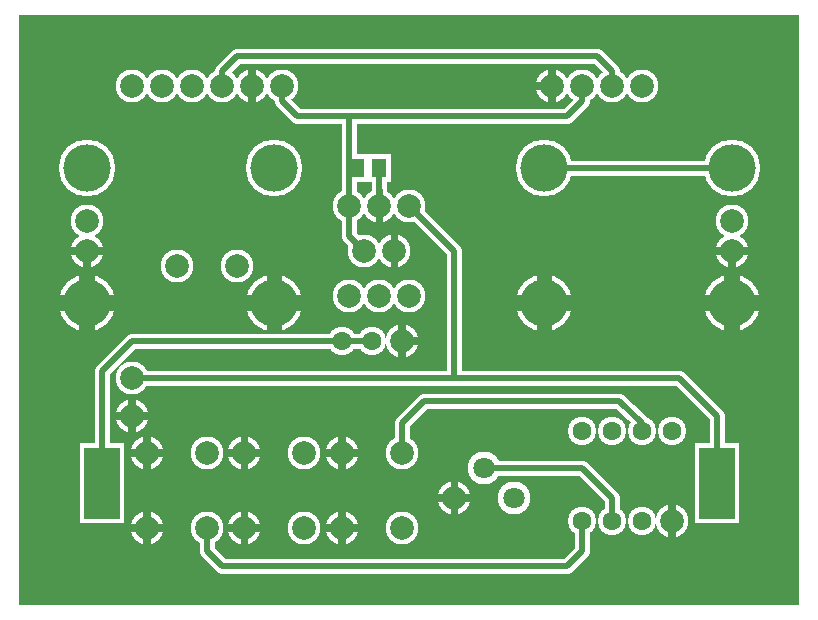
<source format=gbr>
%FSLAX34Y34*%
%MOMM*%
%LNSILK_TOP*%
G71*
G01*
%ADD10C, 4.80*%
%ADD11C, 2.80*%
%ADD12C, 2.80*%
%ADD13C, 2.40*%
%ADD14C, 1.30*%
%ADD15R, 2.10X2.40*%
%ADD16C, 1.33*%
%ADD17C, 0.67*%
%ADD18C, 4.00*%
%ADD19C, 2.00*%
%ADD20C, 1.80*%
%ADD21C, 1.60*%
%ADD22C, 2.00*%
%ADD23C, 0.50*%
%ADD24R, 1.30X1.60*%
%LPD*%
G36*
X0Y1000000D02*
X660000Y1000000D01*
X660000Y500000D01*
X0Y500000D01*
X0Y1000000D01*
G37*
%LPC*%
X444500Y869950D02*
G54D10*
D03*
X603250Y869950D02*
G54D10*
D03*
X444500Y755650D02*
G54D10*
D03*
X603250Y755650D02*
G54D10*
D03*
X215900Y869950D02*
G54D10*
D03*
X57150Y869950D02*
G54D10*
D03*
X215900Y755650D02*
G54D10*
D03*
X57150Y755650D02*
G54D10*
D03*
G36*
X50850Y637250D02*
X88850Y637250D01*
X88850Y569250D01*
X50850Y569250D01*
X50850Y637250D01*
G37*
G36*
X571550Y637250D02*
X609550Y637250D01*
X609550Y569250D01*
X571550Y569250D01*
X571550Y637250D01*
G37*
X450850Y939800D02*
G54D11*
D03*
X476250Y939800D02*
G54D11*
D03*
X501650Y939800D02*
G54D11*
D03*
X527050Y939800D02*
G54D11*
D03*
X95250Y939800D02*
G54D11*
D03*
X120650Y939800D02*
G54D11*
D03*
X146050Y939800D02*
G54D11*
D03*
X171450Y939800D02*
G54D11*
D03*
X196850Y939800D02*
G54D11*
D03*
X222250Y939800D02*
G54D11*
D03*
X133350Y787400D02*
G54D11*
D03*
X184150Y787400D02*
G54D11*
D03*
X393700Y615950D02*
G54D12*
D03*
X368300Y590550D02*
G54D12*
D03*
X419100Y590550D02*
G54D12*
D03*
X273050Y628650D02*
G54D11*
D03*
X323850Y628650D02*
G54D11*
D03*
X273050Y565150D02*
G54D11*
D03*
X323850Y565150D02*
G54D11*
D03*
X323850Y723900D02*
G54D13*
D03*
X298450Y723900D02*
G54D13*
D03*
X273050Y723900D02*
G54D13*
D03*
X476250Y571500D02*
G54D13*
D03*
X501650Y571500D02*
G54D13*
D03*
X527050Y571500D02*
G54D13*
D03*
X552450Y571500D02*
G54D13*
D03*
X476250Y647700D02*
G54D13*
D03*
X501650Y647700D02*
G54D13*
D03*
X527050Y647700D02*
G54D13*
D03*
X552450Y647700D02*
G54D13*
D03*
X57150Y755650D02*
G54D10*
D03*
X215900Y755650D02*
G54D10*
D03*
X444500Y755650D02*
G54D10*
D03*
X603250Y755650D02*
G54D10*
D03*
X552455Y571500D02*
G54D11*
D03*
X450850Y939800D02*
G54D11*
D03*
X196850Y939800D02*
G54D11*
D03*
X368300Y590550D02*
G54D11*
D03*
X323850Y723900D02*
G54D12*
D03*
X273050Y628650D02*
G54D11*
D03*
X273050Y565150D02*
G54D11*
D03*
G54D14*
X273050Y723900D02*
X298450Y723900D01*
X190500Y628650D02*
G54D11*
D03*
X241300Y628650D02*
G54D11*
D03*
X190500Y565150D02*
G54D11*
D03*
X241300Y565150D02*
G54D11*
D03*
X190500Y628650D02*
G54D11*
D03*
X190500Y565150D02*
G54D11*
D03*
X107950Y628650D02*
G54D11*
D03*
X158750Y628650D02*
G54D11*
D03*
X107950Y565150D02*
G54D11*
D03*
X158750Y565150D02*
G54D11*
D03*
X107950Y628650D02*
G54D11*
D03*
X107950Y565150D02*
G54D11*
D03*
X330200Y838200D02*
G54D11*
D03*
X304800Y838200D02*
G54D11*
D03*
X279400Y838200D02*
G54D11*
D03*
X330200Y762000D02*
G54D11*
D03*
X304800Y762000D02*
G54D11*
D03*
X279400Y762000D02*
G54D11*
D03*
X304800Y838200D02*
G54D11*
D03*
X95250Y692150D02*
G54D11*
D03*
X95250Y660400D02*
G54D11*
D03*
X57150Y825500D02*
G54D11*
D03*
X57150Y800095D02*
G54D11*
D03*
X603250Y825500D02*
G54D11*
D03*
X603250Y800095D02*
G54D11*
D03*
G54D14*
X444500Y869950D02*
X603250Y869950D01*
G54D14*
X279400Y838200D02*
X279400Y914400D01*
X292100Y800100D02*
G54D11*
D03*
X317500Y800100D02*
G54D11*
D03*
G54D14*
X279400Y838200D02*
X279400Y812800D01*
X292100Y800100D01*
X285750Y869950D02*
G54D15*
D03*
X304750Y869950D02*
G54D15*
D03*
G54D14*
X304800Y838200D02*
X304800Y869900D01*
X304750Y869950D01*
G54D14*
X171450Y939800D02*
X171450Y952500D01*
X184150Y965200D01*
X488950Y965200D01*
X501650Y952500D01*
X501650Y939800D01*
G54D14*
X476250Y939800D02*
X476250Y927100D01*
X463550Y914400D01*
X234950Y914400D01*
X222250Y927100D01*
X222250Y939800D01*
G54D14*
X330200Y838200D02*
X368300Y800100D01*
X368300Y692150D01*
G54D14*
X95250Y692150D02*
X558800Y692150D01*
X590550Y660400D01*
X590550Y603250D01*
G54D14*
X527050Y647700D02*
X527050Y654050D01*
X508000Y673100D01*
X342900Y673100D01*
X323850Y654050D01*
X323850Y628650D01*
G54D14*
X393700Y615950D02*
X476250Y615950D01*
X501650Y590550D01*
X501650Y571500D01*
G54D14*
X476250Y571500D02*
X476250Y546100D01*
X463550Y533400D01*
X171450Y533400D01*
X158750Y546100D01*
X158750Y565150D01*
G54D14*
X69850Y603250D02*
X69850Y698500D01*
X95250Y723900D01*
X273050Y723900D01*
%LPD*%
G54D16*
G36*
X50483Y755650D02*
X50483Y780150D01*
X63817Y780150D01*
X63817Y755650D01*
X50483Y755650D01*
G37*
G36*
X57150Y762317D02*
X81650Y762317D01*
X81650Y748983D01*
X57150Y748983D01*
X57150Y762317D01*
G37*
G36*
X63817Y755650D02*
X63817Y731150D01*
X50483Y731150D01*
X50483Y755650D01*
X63817Y755650D01*
G37*
G36*
X57150Y748983D02*
X32650Y748983D01*
X32650Y762317D01*
X57150Y762317D01*
X57150Y748983D01*
G37*
G54D16*
G36*
X209233Y755650D02*
X209233Y780150D01*
X222567Y780150D01*
X222567Y755650D01*
X209233Y755650D01*
G37*
G36*
X215900Y762317D02*
X240400Y762317D01*
X240400Y748983D01*
X215900Y748983D01*
X215900Y762317D01*
G37*
G36*
X222567Y755650D02*
X222567Y731150D01*
X209233Y731150D01*
X209233Y755650D01*
X222567Y755650D01*
G37*
G36*
X215900Y748983D02*
X191400Y748983D01*
X191400Y762317D01*
X215900Y762317D01*
X215900Y748983D01*
G37*
G54D16*
G36*
X437833Y755650D02*
X437833Y780150D01*
X451167Y780150D01*
X451167Y755650D01*
X437833Y755650D01*
G37*
G36*
X444500Y762317D02*
X469000Y762317D01*
X469000Y748983D01*
X444500Y748983D01*
X444500Y762317D01*
G37*
G36*
X451167Y755650D02*
X451167Y731150D01*
X437833Y731150D01*
X437833Y755650D01*
X451167Y755650D01*
G37*
G36*
X444500Y748983D02*
X420000Y748983D01*
X420000Y762317D01*
X444500Y762317D01*
X444500Y748983D01*
G37*
G54D16*
G36*
X596583Y755650D02*
X596583Y780150D01*
X609917Y780150D01*
X609917Y755650D01*
X596583Y755650D01*
G37*
G36*
X603250Y762317D02*
X627750Y762317D01*
X627750Y748983D01*
X603250Y748983D01*
X603250Y762317D01*
G37*
G36*
X609917Y755650D02*
X609917Y731150D01*
X596583Y731150D01*
X596583Y755650D01*
X609917Y755650D01*
G37*
G36*
X603250Y748983D02*
X578750Y748983D01*
X578750Y762317D01*
X603250Y762317D01*
X603250Y748983D01*
G37*
G54D17*
G36*
X549122Y571500D02*
X549122Y586000D01*
X555788Y586000D01*
X555788Y571500D01*
X549122Y571500D01*
G37*
G36*
X555788Y571500D02*
X555788Y557000D01*
X549122Y557000D01*
X549122Y571500D01*
X555788Y571500D01*
G37*
G54D17*
G36*
X447517Y939800D02*
X447517Y954300D01*
X454183Y954300D01*
X454183Y939800D01*
X447517Y939800D01*
G37*
G36*
X454183Y939800D02*
X454183Y925300D01*
X447517Y925300D01*
X447517Y939800D01*
X454183Y939800D01*
G37*
G36*
X450850Y936467D02*
X436350Y936467D01*
X436350Y943133D01*
X450850Y943133D01*
X450850Y936467D01*
G37*
G54D17*
G36*
X193517Y939800D02*
X193517Y954300D01*
X200183Y954300D01*
X200183Y939800D01*
X193517Y939800D01*
G37*
G36*
X200183Y939800D02*
X200183Y925300D01*
X193517Y925300D01*
X193517Y939800D01*
X200183Y939800D01*
G37*
G54D17*
G36*
X364967Y590550D02*
X364967Y605050D01*
X371633Y605050D01*
X371633Y590550D01*
X364967Y590550D01*
G37*
G36*
X368300Y593883D02*
X382800Y593883D01*
X382800Y587217D01*
X368300Y587217D01*
X368300Y593883D01*
G37*
G36*
X371633Y590550D02*
X371633Y576050D01*
X364967Y576050D01*
X364967Y590550D01*
X371633Y590550D01*
G37*
G36*
X368300Y587217D02*
X353800Y587217D01*
X353800Y593883D01*
X368300Y593883D01*
X368300Y587217D01*
G37*
G54D17*
G36*
X327183Y723900D02*
X327183Y709400D01*
X320517Y709400D01*
X320517Y723900D01*
X327183Y723900D01*
G37*
G36*
X320517Y723900D02*
X320517Y738400D01*
X327183Y738400D01*
X327183Y723900D01*
X320517Y723900D01*
G37*
G36*
X323850Y727233D02*
X338350Y727233D01*
X338350Y720567D01*
X323850Y720567D01*
X323850Y727233D01*
G37*
G54D17*
G36*
X269717Y628650D02*
X269717Y643150D01*
X276383Y643150D01*
X276383Y628650D01*
X269717Y628650D01*
G37*
G36*
X273050Y631983D02*
X287550Y631983D01*
X287550Y625317D01*
X273050Y625317D01*
X273050Y631983D01*
G37*
G36*
X276383Y628650D02*
X276383Y614150D01*
X269717Y614150D01*
X269717Y628650D01*
X276383Y628650D01*
G37*
G36*
X273050Y625317D02*
X258550Y625317D01*
X258550Y631983D01*
X273050Y631983D01*
X273050Y625317D01*
G37*
G54D17*
G36*
X269717Y565150D02*
X269717Y579650D01*
X276383Y579650D01*
X276383Y565150D01*
X269717Y565150D01*
G37*
G36*
X273050Y568483D02*
X287550Y568483D01*
X287550Y561817D01*
X273050Y561817D01*
X273050Y568483D01*
G37*
G36*
X276383Y565150D02*
X276383Y550650D01*
X269717Y550650D01*
X269717Y565150D01*
X276383Y565150D01*
G37*
G36*
X273050Y561817D02*
X258550Y561817D01*
X258550Y568483D01*
X273050Y568483D01*
X273050Y561817D01*
G37*
G54D17*
G36*
X187167Y628650D02*
X187167Y643150D01*
X193833Y643150D01*
X193833Y628650D01*
X187167Y628650D01*
G37*
G36*
X190500Y631983D02*
X205000Y631983D01*
X205000Y625317D01*
X190500Y625317D01*
X190500Y631983D01*
G37*
G36*
X193833Y628650D02*
X193833Y614150D01*
X187167Y614150D01*
X187167Y628650D01*
X193833Y628650D01*
G37*
G36*
X190500Y625317D02*
X176000Y625317D01*
X176000Y631983D01*
X190500Y631983D01*
X190500Y625317D01*
G37*
G54D17*
G36*
X187167Y565150D02*
X187167Y579650D01*
X193833Y579650D01*
X193833Y565150D01*
X187167Y565150D01*
G37*
G36*
X190500Y568483D02*
X205000Y568483D01*
X205000Y561817D01*
X190500Y561817D01*
X190500Y568483D01*
G37*
G36*
X193833Y565150D02*
X193833Y550650D01*
X187167Y550650D01*
X187167Y565150D01*
X193833Y565150D01*
G37*
G36*
X190500Y561817D02*
X176000Y561817D01*
X176000Y568483D01*
X190500Y568483D01*
X190500Y561817D01*
G37*
G54D17*
G36*
X104617Y628650D02*
X104617Y643150D01*
X111283Y643150D01*
X111283Y628650D01*
X104617Y628650D01*
G37*
G36*
X107950Y631983D02*
X122450Y631983D01*
X122450Y625317D01*
X107950Y625317D01*
X107950Y631983D01*
G37*
G36*
X111283Y628650D02*
X111283Y614150D01*
X104617Y614150D01*
X104617Y628650D01*
X111283Y628650D01*
G37*
G36*
X107950Y625317D02*
X93450Y625317D01*
X93450Y631983D01*
X107950Y631983D01*
X107950Y625317D01*
G37*
G54D17*
G36*
X104617Y565150D02*
X104617Y579650D01*
X111283Y579650D01*
X111283Y565150D01*
X104617Y565150D01*
G37*
G36*
X107950Y568483D02*
X122450Y568483D01*
X122450Y561817D01*
X107950Y561817D01*
X107950Y568483D01*
G37*
G36*
X111283Y565150D02*
X111283Y550650D01*
X104617Y550650D01*
X104617Y565150D01*
X111283Y565150D01*
G37*
G36*
X107950Y561817D02*
X93450Y561817D01*
X93450Y568483D01*
X107950Y568483D01*
X107950Y561817D01*
G37*
G54D17*
G36*
X308133Y838200D02*
X308133Y823700D01*
X301467Y823700D01*
X301467Y838200D01*
X308133Y838200D01*
G37*
G36*
X301467Y838200D02*
X301467Y852700D01*
X308133Y852700D01*
X308133Y838200D01*
X301467Y838200D01*
G37*
G54D17*
G36*
X91917Y660400D02*
X91917Y674900D01*
X98583Y674900D01*
X98583Y660400D01*
X91917Y660400D01*
G37*
G36*
X95250Y663733D02*
X109750Y663733D01*
X109750Y657067D01*
X95250Y657067D01*
X95250Y663733D01*
G37*
G36*
X98583Y660400D02*
X98583Y645900D01*
X91917Y645900D01*
X91917Y660400D01*
X98583Y660400D01*
G37*
G36*
X95250Y657067D02*
X80750Y657067D01*
X80750Y663733D01*
X95250Y663733D01*
X95250Y657067D01*
G37*
G54D17*
G36*
X57150Y803428D02*
X71650Y803428D01*
X71650Y796762D01*
X57150Y796762D01*
X57150Y803428D01*
G37*
G36*
X60483Y800095D02*
X60483Y785595D01*
X53817Y785595D01*
X53817Y800095D01*
X60483Y800095D01*
G37*
G36*
X57150Y796762D02*
X42650Y796762D01*
X42650Y803428D01*
X57150Y803428D01*
X57150Y796762D01*
G37*
G54D17*
G36*
X603250Y803428D02*
X617750Y803428D01*
X617750Y796762D01*
X603250Y796762D01*
X603250Y803428D01*
G37*
G36*
X606583Y800095D02*
X606583Y785595D01*
X599917Y785595D01*
X599917Y800095D01*
X606583Y800095D01*
G37*
G36*
X603250Y796762D02*
X588750Y796762D01*
X588750Y803428D01*
X603250Y803428D01*
X603250Y796762D01*
G37*
G54D17*
G36*
X314167Y800100D02*
X314167Y814600D01*
X320833Y814600D01*
X320833Y800100D01*
X314167Y800100D01*
G37*
G36*
X320833Y800100D02*
X320833Y785600D01*
X314167Y785600D01*
X314167Y800100D01*
X320833Y800100D01*
G37*
X444500Y869950D02*
G54D18*
D03*
X603250Y869950D02*
G54D18*
D03*
X444500Y755650D02*
G54D18*
D03*
X603250Y755650D02*
G54D18*
D03*
X215900Y869950D02*
G54D18*
D03*
X57150Y869950D02*
G54D18*
D03*
X215900Y755650D02*
G54D18*
D03*
X57150Y755650D02*
G54D18*
D03*
G36*
X54850Y633250D02*
X84850Y633250D01*
X84850Y573250D01*
X54850Y573250D01*
X54850Y633250D01*
G37*
G36*
X575550Y633250D02*
X605550Y633250D01*
X605550Y573250D01*
X575550Y573250D01*
X575550Y633250D01*
G37*
X450850Y939800D02*
G54D19*
D03*
X476250Y939800D02*
G54D19*
D03*
X501650Y939800D02*
G54D19*
D03*
X527050Y939800D02*
G54D19*
D03*
X95250Y939800D02*
G54D19*
D03*
X120650Y939800D02*
G54D19*
D03*
X146050Y939800D02*
G54D19*
D03*
X171450Y939800D02*
G54D19*
D03*
X196850Y939800D02*
G54D19*
D03*
X222250Y939800D02*
G54D19*
D03*
X133350Y787400D02*
G54D19*
D03*
X184150Y787400D02*
G54D19*
D03*
X393700Y615950D02*
G54D20*
D03*
X368300Y590550D02*
G54D20*
D03*
X419100Y590550D02*
G54D20*
D03*
X273050Y628650D02*
G54D19*
D03*
X323850Y628650D02*
G54D19*
D03*
X273050Y565150D02*
G54D19*
D03*
X323850Y565150D02*
G54D19*
D03*
X323850Y723900D02*
G54D21*
D03*
X298450Y723900D02*
G54D21*
D03*
X273050Y723900D02*
G54D21*
D03*
X476250Y571500D02*
G54D21*
D03*
X501650Y571500D02*
G54D21*
D03*
X527050Y571500D02*
G54D21*
D03*
X552450Y571500D02*
G54D21*
D03*
X476250Y647700D02*
G54D21*
D03*
X501650Y647700D02*
G54D21*
D03*
X527050Y647700D02*
G54D21*
D03*
X552450Y647700D02*
G54D21*
D03*
X57150Y755650D02*
G54D18*
D03*
X215900Y755650D02*
G54D18*
D03*
X444500Y755650D02*
G54D18*
D03*
X603250Y755650D02*
G54D18*
D03*
X552455Y571500D02*
G54D19*
D03*
X450850Y939800D02*
G54D19*
D03*
X196850Y939800D02*
G54D19*
D03*
X368300Y590550D02*
G54D19*
D03*
X323850Y723900D02*
G54D22*
D03*
X273050Y628650D02*
G54D19*
D03*
X273050Y565150D02*
G54D19*
D03*
G54D23*
X273050Y723900D02*
X298450Y723900D01*
X190500Y628650D02*
G54D19*
D03*
X241300Y628650D02*
G54D19*
D03*
X190500Y565150D02*
G54D19*
D03*
X241300Y565150D02*
G54D19*
D03*
X190500Y628650D02*
G54D19*
D03*
X190500Y565150D02*
G54D19*
D03*
X107950Y628650D02*
G54D19*
D03*
X158750Y628650D02*
G54D19*
D03*
X107950Y565150D02*
G54D19*
D03*
X158750Y565150D02*
G54D19*
D03*
X107950Y628650D02*
G54D19*
D03*
X107950Y565150D02*
G54D19*
D03*
X330200Y838200D02*
G54D19*
D03*
X304800Y838200D02*
G54D19*
D03*
X279400Y838200D02*
G54D19*
D03*
X330200Y762000D02*
G54D19*
D03*
X304800Y762000D02*
G54D19*
D03*
X279400Y762000D02*
G54D19*
D03*
X304800Y838200D02*
G54D19*
D03*
X95250Y692150D02*
G54D19*
D03*
X95250Y660400D02*
G54D19*
D03*
X57150Y825500D02*
G54D19*
D03*
X57150Y800095D02*
G54D19*
D03*
X603250Y825500D02*
G54D19*
D03*
X603250Y800095D02*
G54D19*
D03*
G54D23*
X444500Y869950D02*
X603250Y869950D01*
G54D23*
X279400Y838200D02*
X279400Y914400D01*
X292100Y800100D02*
G54D19*
D03*
X317500Y800100D02*
G54D19*
D03*
G54D23*
X279400Y838200D02*
X279400Y812800D01*
X292100Y800100D01*
X285750Y869950D02*
G54D24*
D03*
X304750Y869950D02*
G54D24*
D03*
G54D23*
X304800Y838200D02*
X304800Y869900D01*
X304750Y869950D01*
G54D23*
X171450Y939800D02*
X171450Y952500D01*
X184150Y965200D01*
X488950Y965200D01*
X501650Y952500D01*
X501650Y939800D01*
G54D23*
X476250Y939800D02*
X476250Y927100D01*
X463550Y914400D01*
X234950Y914400D01*
X222250Y927100D01*
X222250Y939800D01*
G54D23*
X330200Y838200D02*
X368300Y800100D01*
X368300Y692150D01*
G54D23*
X95250Y692150D02*
X558800Y692150D01*
X590550Y660400D01*
X590550Y603250D01*
G54D23*
X527050Y647700D02*
X527050Y654050D01*
X508000Y673100D01*
X342900Y673100D01*
X323850Y654050D01*
X323850Y628650D01*
G54D23*
X393700Y615950D02*
X476250Y615950D01*
X501650Y590550D01*
X501650Y571500D01*
G54D23*
X476250Y571500D02*
X476250Y546100D01*
X463550Y533400D01*
X171450Y533400D01*
X158750Y546100D01*
X158750Y565150D01*
G54D23*
X69850Y603250D02*
X69850Y698500D01*
X95250Y723900D01*
X273050Y723900D01*
M02*

</source>
